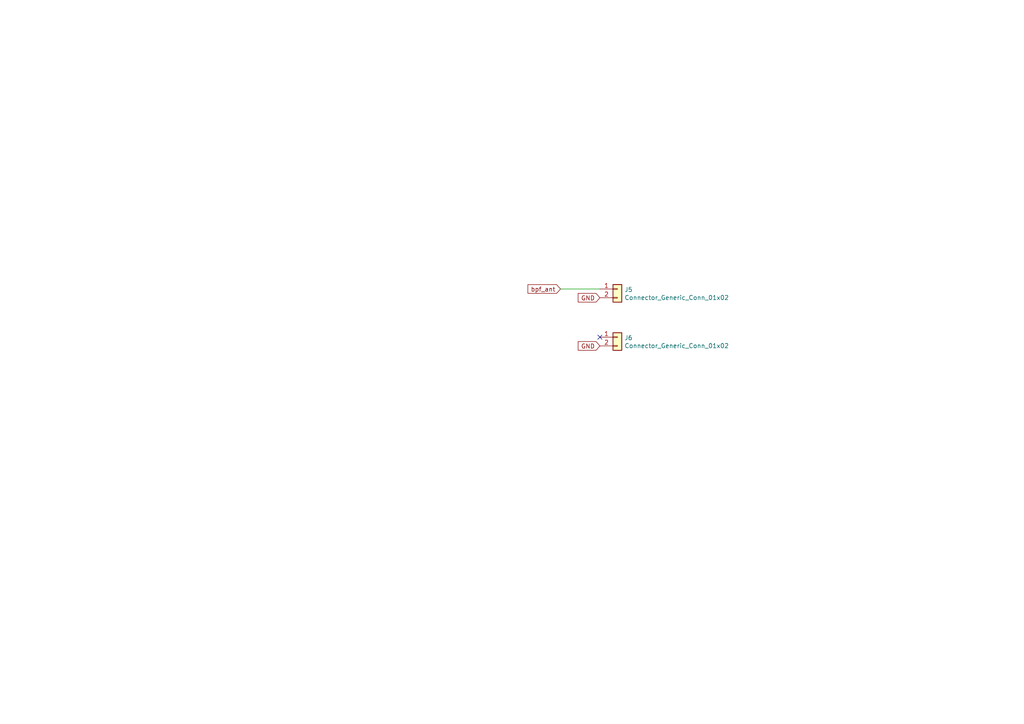
<source format=kicad_sch>
(kicad_sch (version 20211123) (generator eeschema)
  (paper "A4")
  (lib_symbols
    (symbol "bgt:Connector_Generic_Conn_01x02" (pin_names (offset 1.016) hide)
      (property "Reference" "J" (at 0 2.54 0))
      (property "Value" "bgt_Connector_Generic_Conn_01x02" (at 0 -5.08 0))
      (symbol "Connector_Generic_Conn_01x02_1_1"
        (rectangle (start -1.27 -2.413) (end 0 -2.667) (stroke (width 0.1524)))
        (rectangle (start -1.27 0.127) (end 0 -0.127) (stroke (width 0.1524)))
        (rectangle (start -1.27 1.27) (end 1.27 -3.81) (stroke (width 0.254)) (fill (type background)))
        (pin passive line (at -5.08 0 0) (length 3.81) (name "Pin_1") (number "1"))
        (pin passive line (at -5.08 -2.54 0) (length 3.81) (name "Pin_2") (number "2"))
      )
    )
  )
  (no_connect (at 173.99 97.79))
  (wire (pts (xy 162.56 83.82) (xy 173.99 83.82)))
  (global_label "GND" (shape input) (at 173.99 100.33 180) (property "Intersheet References" "${INTERSHEET_REFS}" (effects hide)))
  (global_label "GND" (shape input) (at 173.99 86.36 180) (property "Intersheet References" "${INTERSHEET_REFS}" (effects hide)))
  (global_label "bpf_ant" (shape input) (at 162.56 83.82 180) (property "Intersheet References" "${INTERSHEET_REFS}" (effects hide)))
  (symbol (lib_id "bgt:Connector_Generic_Conn_01x02") (at 179.07 83.82 0) (unit 1)
    (property "Reference" "J5" (at 181.102 84.0232 0) (effects (justify left)))
    (property "Value" "Connector_Generic_Conn_01x02" (at 181.102 86.3346 0) (effects (justify left)))
    (property "Footprint" "Connector_PinHeader_2.54mm:PinHeader_1x02_P2.54mm_Vertical" (effects hide))
  )
  (symbol (lib_id "bgt:Connector_Generic_Conn_01x02") (at 179.07 97.79 0) (unit 1)
    (property "Reference" "J6" (at 181.102 97.9932 0) (effects (justify left)))
    (property "Value" "Connector_Generic_Conn_01x02" (at 181.102 100.3046 0) (effects (justify left)))
    (property "Footprint" "Connector_PinHeader_2.54mm:PinHeader_1x02_P2.54mm_Vertical" (effects hide))
  )
)
</source>
